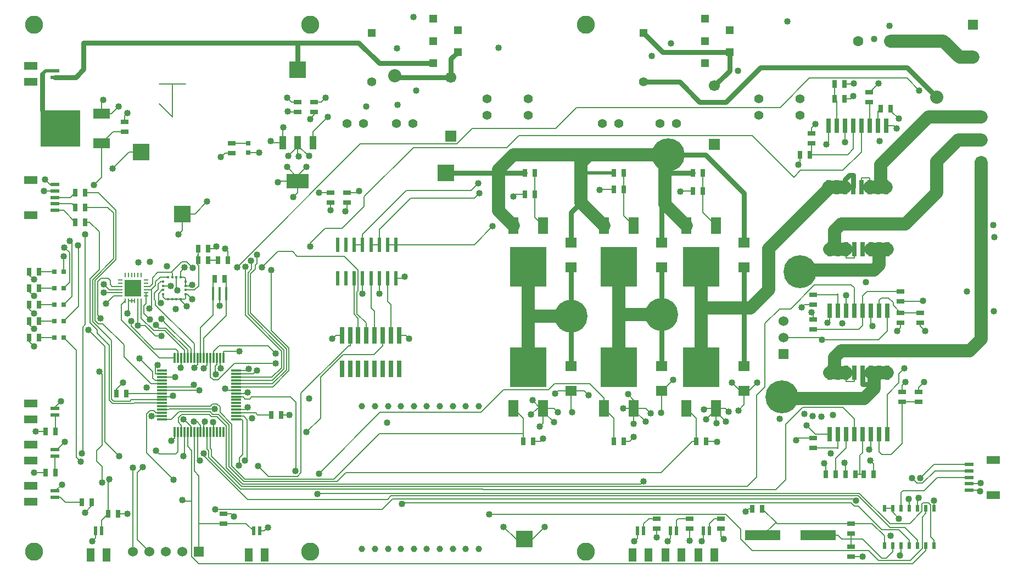
<source format=gtl>
G04 (created by PCBNEW (2013-05-31 BZR 4019)-stable) date 6/4/2013 8:20:18 PM*
%MOIN*%
G04 Gerber Fmt 3.4, Leading zero omitted, Abs format*
%FSLAX34Y34*%
G01*
G70*
G90*
G04 APERTURE LIST*
%ADD10C,0.00590551*%
%ADD11R,0.0157X0.0787*%
%ADD12R,0.0590551X0.0590551*%
%ADD13C,0.0590551*%
%ADD14R,0.015748X0.011811*%
%ADD15R,0.011811X0.015748*%
%ADD16R,0.025X0.045*%
%ADD17R,0.045X0.025*%
%ADD18R,0.0984X0.0984*%
%ADD19O,0.0315X0.0098*%
%ADD20O,0.0098X0.0315*%
%ADD21R,0.06X0.06*%
%ADD22C,0.06*%
%ADD23R,0.011811X0.0590551*%
%ADD24R,0.0590551X0.011811*%
%ADD25R,0.0314X0.0314*%
%ADD26C,0.055*%
%ADD27R,0.1378X0.0866*%
%ADD28R,0.0433X0.0787*%
%ADD29R,0.0531496X0.023622*%
%ADD30R,0.0787402X0.0472441*%
%ADD31C,0.11*%
%ADD32R,0.0511811X0.0511811*%
%ADD33C,0.0551181*%
%ADD34R,0.0669291X0.0669291*%
%ADD35C,0.0669291*%
%ADD36R,0.216535X0.0590551*%
%ADD37C,0.0393701*%
%ADD38R,0.0236X0.0866*%
%ADD39R,0.0295X0.1024*%
%ADD40R,0.0629921X0.0629921*%
%ADD41C,0.0629921*%
%ADD42R,0.023622X0.0531496*%
%ADD43R,0.0472441X0.0787402*%
%ADD44R,0.0255906X0.0885827*%
%ADD45R,0.224X0.243*%
%ADD46R,0.06X0.1*%
%ADD47R,0.243X0.224*%
%ADD48R,0.1X0.06*%
%ADD49R,0.0661417X0.0598425*%
%ADD50R,0.019685X0.0393701*%
%ADD51R,0.1X0.1*%
%ADD52C,0.08*%
%ADD53C,0.2*%
%ADD54C,0.04*%
%ADD55C,0.007*%
%ADD56C,0.03*%
%ADD57C,0.02*%
%ADD58C,0.08*%
G04 APERTURE END LIST*
G54D10*
G54D11*
X52653Y-57340D03*
X52259Y-57340D03*
X51865Y-57340D03*
G54D12*
X98500Y-49377D03*
G54D13*
X98500Y-48000D03*
X98500Y-46622D03*
G54D14*
X50169Y-56616D03*
X50169Y-56872D03*
X50169Y-57127D03*
X50169Y-57383D03*
X48830Y-57383D03*
X48830Y-57127D03*
X48830Y-56872D03*
X48830Y-56616D03*
G54D15*
X49116Y-57669D03*
X49372Y-57669D03*
X49627Y-57669D03*
X49883Y-57669D03*
X49883Y-56330D03*
X49627Y-56330D03*
X49372Y-56330D03*
X49116Y-56330D03*
G54D16*
X76200Y-50000D03*
X76800Y-50000D03*
X71400Y-51300D03*
X70800Y-51300D03*
X70800Y-50000D03*
X71400Y-50000D03*
X89600Y-45500D03*
X90200Y-45500D03*
G54D17*
X52500Y-70700D03*
X52500Y-71300D03*
G54D16*
X89600Y-44600D03*
X90200Y-44600D03*
X88100Y-48900D03*
X87500Y-48900D03*
X40700Y-60000D03*
X41300Y-60000D03*
X40700Y-59000D03*
X41300Y-59000D03*
X40700Y-58000D03*
X41300Y-58000D03*
X40700Y-57000D03*
X41300Y-57000D03*
X40700Y-56000D03*
X41300Y-56000D03*
G54D17*
X53000Y-48800D03*
X53000Y-48200D03*
G54D18*
X47000Y-57000D03*
G54D19*
X46213Y-56508D03*
X46213Y-56705D03*
X46213Y-56902D03*
X46213Y-57098D03*
X46213Y-57295D03*
X46213Y-57492D03*
G54D20*
X46508Y-57787D03*
X46705Y-57787D03*
X46902Y-57787D03*
X47098Y-57787D03*
X47295Y-57787D03*
X47492Y-57787D03*
G54D19*
X47787Y-57492D03*
X47787Y-57295D03*
X47787Y-57098D03*
X47787Y-56902D03*
X47787Y-56705D03*
X47787Y-56508D03*
G54D20*
X47492Y-56213D03*
X47295Y-56213D03*
X47098Y-56213D03*
X46902Y-56213D03*
X46705Y-56213D03*
X46508Y-56213D03*
G54D21*
X51000Y-73000D03*
G54D22*
X50000Y-73000D03*
X49000Y-73000D03*
X48000Y-73000D03*
X47000Y-73000D03*
G54D21*
X86500Y-61000D03*
G54D22*
X86500Y-60000D03*
X86500Y-59000D03*
G54D23*
X49523Y-65744D03*
X49720Y-65744D03*
X49917Y-65744D03*
X50114Y-65744D03*
X50311Y-65744D03*
X50507Y-65744D03*
X50704Y-65744D03*
X50901Y-65744D03*
X51098Y-65744D03*
X51295Y-65744D03*
X51492Y-65744D03*
X51688Y-65744D03*
X51885Y-65744D03*
X52082Y-65744D03*
X52279Y-65744D03*
X52476Y-65744D03*
G54D24*
X53244Y-64976D03*
X53244Y-64779D03*
X53244Y-64582D03*
X53244Y-64385D03*
X53244Y-64188D03*
X53244Y-63992D03*
X53244Y-63795D03*
X53244Y-63598D03*
X53244Y-63401D03*
X53244Y-63204D03*
X53244Y-63007D03*
X53244Y-62811D03*
X53244Y-62614D03*
X53244Y-62417D03*
X53244Y-62220D03*
X53244Y-62023D03*
G54D23*
X52476Y-61255D03*
X52279Y-61255D03*
X52082Y-61255D03*
X51885Y-61255D03*
X51688Y-61255D03*
X51492Y-61255D03*
X51295Y-61255D03*
X51098Y-61255D03*
X50901Y-61255D03*
X50704Y-61255D03*
X50507Y-61255D03*
X50311Y-61255D03*
X50114Y-61255D03*
X49917Y-61255D03*
X49720Y-61255D03*
X49523Y-61255D03*
G54D24*
X48755Y-62023D03*
X48755Y-62220D03*
X48755Y-62417D03*
X48755Y-62614D03*
X48755Y-62811D03*
X48755Y-63007D03*
X48755Y-63204D03*
X48755Y-63401D03*
X48755Y-63598D03*
X48755Y-63795D03*
X48755Y-63992D03*
X48755Y-64188D03*
X48755Y-64385D03*
X48755Y-64582D03*
X48755Y-64779D03*
X48755Y-64976D03*
G54D25*
X42205Y-56000D03*
X42795Y-56000D03*
X42205Y-57000D03*
X42795Y-57000D03*
X42205Y-58000D03*
X42795Y-58000D03*
X42205Y-59000D03*
X42795Y-59000D03*
X54000Y-48205D03*
X54000Y-48795D03*
X42205Y-60000D03*
X42795Y-60000D03*
G54D26*
X85000Y-45500D03*
X85000Y-46500D03*
X87500Y-45500D03*
X87500Y-46500D03*
X75500Y-47000D03*
X76500Y-47000D03*
X64000Y-47000D03*
X63000Y-47000D03*
X68500Y-45500D03*
X68500Y-46500D03*
X79000Y-47000D03*
X80000Y-47000D03*
X61000Y-47000D03*
X60000Y-47000D03*
X71000Y-45500D03*
X71000Y-46500D03*
G54D27*
X57000Y-50500D03*
G54D28*
X57906Y-48177D03*
X57000Y-48177D03*
X56094Y-48177D03*
G54D29*
X97751Y-67712D03*
X97751Y-68106D03*
X97751Y-69287D03*
X97751Y-68893D03*
G54D30*
X99208Y-67437D03*
X99208Y-69562D03*
G54D29*
X97751Y-68500D03*
X42248Y-52287D03*
X42248Y-51893D03*
X42248Y-50712D03*
X42248Y-51106D03*
G54D30*
X40791Y-52562D03*
X40791Y-50437D03*
G54D29*
X42248Y-51500D03*
G54D31*
X57750Y-41000D03*
X74500Y-41000D03*
X74500Y-73000D03*
X57750Y-73000D03*
X41000Y-41000D03*
X41000Y-73000D03*
G54D32*
X78000Y-41523D03*
G54D33*
X78000Y-44476D03*
G54D32*
X61500Y-41523D03*
G54D33*
X61500Y-44476D03*
G54D32*
X81716Y-40661D03*
X81716Y-42000D03*
X81716Y-43338D03*
X83212Y-41330D03*
X83212Y-42669D03*
X65216Y-40661D03*
X65216Y-42000D03*
X65216Y-43338D03*
X66712Y-41330D03*
X66712Y-42669D03*
G54D34*
X82287Y-48271D03*
G54D35*
X82287Y-44728D03*
G54D34*
X66287Y-47771D03*
G54D35*
X66287Y-44228D03*
G54D36*
X88573Y-72012D03*
X85226Y-72012D03*
G54D37*
X60893Y-64169D03*
X61681Y-64169D03*
X62468Y-64169D03*
X63255Y-64169D03*
X64043Y-64169D03*
X64830Y-64169D03*
X65618Y-64169D03*
X66405Y-64169D03*
X67192Y-64169D03*
X67980Y-64169D03*
X67980Y-72830D03*
X67192Y-72830D03*
X66405Y-72830D03*
X65618Y-72830D03*
X64830Y-72830D03*
X64043Y-72830D03*
X63255Y-72830D03*
X62468Y-72830D03*
X61681Y-72830D03*
X60893Y-72830D03*
G54D38*
X60916Y-56424D03*
X60414Y-56424D03*
X59912Y-56424D03*
X59410Y-56424D03*
X59410Y-54376D03*
X59912Y-54376D03*
X60414Y-54376D03*
X60916Y-54376D03*
X61457Y-56424D03*
X61959Y-56424D03*
X62461Y-56424D03*
X62963Y-56424D03*
X62963Y-54376D03*
X62461Y-54376D03*
X61959Y-54376D03*
X61457Y-54376D03*
G54D39*
X63159Y-59876D03*
X62660Y-59876D03*
X62161Y-59876D03*
X61660Y-59876D03*
X61161Y-59876D03*
X60662Y-59876D03*
X60189Y-59876D03*
X59689Y-59876D03*
X59689Y-61924D03*
X60190Y-61924D03*
X60662Y-61924D03*
X61162Y-61924D03*
X61661Y-61924D03*
X62161Y-61924D03*
X62660Y-61924D03*
X63159Y-61924D03*
G54D40*
X92984Y-42000D03*
G54D41*
X91015Y-42000D03*
G54D40*
X98000Y-41015D03*
G54D41*
X98000Y-42984D03*
G54D16*
X44100Y-51200D03*
X43500Y-51200D03*
X44100Y-52100D03*
X43500Y-52100D03*
X44100Y-53000D03*
X43500Y-53000D03*
G54D17*
X60000Y-51200D03*
X60000Y-51800D03*
X91700Y-45700D03*
X91700Y-45100D03*
G54D16*
X92400Y-46100D03*
X93000Y-46100D03*
G54D17*
X59000Y-51200D03*
X59000Y-51800D03*
X58000Y-46300D03*
X58000Y-45700D03*
X57000Y-46300D03*
X57000Y-45700D03*
G54D29*
X42248Y-66803D03*
X42248Y-67196D03*
G54D30*
X40791Y-67472D03*
X40791Y-66527D03*
G54D29*
X42248Y-64303D03*
X42248Y-64696D03*
G54D30*
X40791Y-64972D03*
X40791Y-64027D03*
G54D42*
X81603Y-71751D03*
X81996Y-71751D03*
G54D43*
X82272Y-73208D03*
X81327Y-73208D03*
G54D29*
X42248Y-69303D03*
X42248Y-69696D03*
G54D30*
X40791Y-69972D03*
X40791Y-69027D03*
G54D42*
X77603Y-71751D03*
X77996Y-71751D03*
G54D43*
X78272Y-73208D03*
X77327Y-73208D03*
G54D42*
X79603Y-71751D03*
X79996Y-71751D03*
G54D43*
X80272Y-73208D03*
X79327Y-73208D03*
G54D42*
X54303Y-71751D03*
X54696Y-71751D03*
G54D43*
X54972Y-73208D03*
X54027Y-73208D03*
G54D29*
X42248Y-43803D03*
X42248Y-44196D03*
G54D30*
X40791Y-44472D03*
X40791Y-43527D03*
G54D44*
X90228Y-47129D03*
X89728Y-47129D03*
X89228Y-47129D03*
X90728Y-47129D03*
X92728Y-47129D03*
X91228Y-47129D03*
X91728Y-47129D03*
X92228Y-47129D03*
X92228Y-50870D03*
X91728Y-50870D03*
X91228Y-50870D03*
X92728Y-50870D03*
X90728Y-50870D03*
X89228Y-50870D03*
X89728Y-50870D03*
X90228Y-50870D03*
X91771Y-58370D03*
X92271Y-58370D03*
X92771Y-58370D03*
X91271Y-58370D03*
X89271Y-58370D03*
X90771Y-58370D03*
X90271Y-58370D03*
X89771Y-58370D03*
X89771Y-54629D03*
X90271Y-54629D03*
X90771Y-54629D03*
X89271Y-54629D03*
X91271Y-54629D03*
X92771Y-54629D03*
X92271Y-54629D03*
X91771Y-54629D03*
X91771Y-65870D03*
X92271Y-65870D03*
X92771Y-65870D03*
X91271Y-65870D03*
X89271Y-65870D03*
X90771Y-65870D03*
X90271Y-65870D03*
X89771Y-65870D03*
X89771Y-62129D03*
X90271Y-62129D03*
X90771Y-62129D03*
X89271Y-62129D03*
X91271Y-62129D03*
X92771Y-62129D03*
X92271Y-62129D03*
X91771Y-62129D03*
G54D45*
X71000Y-55700D03*
G54D46*
X71900Y-53200D03*
X70100Y-53200D03*
G54D45*
X76500Y-55700D03*
G54D46*
X77400Y-53200D03*
X75600Y-53200D03*
G54D45*
X81500Y-55700D03*
G54D46*
X82400Y-53200D03*
X80600Y-53200D03*
G54D45*
X71000Y-61799D03*
G54D46*
X70100Y-64299D03*
X71900Y-64299D03*
G54D45*
X76500Y-61799D03*
G54D46*
X75600Y-64299D03*
X77400Y-64299D03*
G54D47*
X42599Y-47300D03*
G54D48*
X45099Y-48200D03*
X45099Y-46400D03*
G54D45*
X81500Y-61799D03*
G54D46*
X80600Y-64299D03*
X82400Y-64299D03*
G54D49*
X73590Y-55740D03*
X73590Y-54259D03*
X79090Y-55740D03*
X79090Y-54259D03*
X84090Y-55740D03*
X84090Y-54259D03*
X73590Y-63240D03*
X73590Y-61759D03*
X79090Y-63240D03*
X79090Y-61759D03*
X84090Y-63240D03*
X84090Y-61759D03*
G54D17*
X88200Y-48200D03*
X88200Y-47600D03*
G54D16*
X52140Y-55320D03*
X52740Y-55320D03*
X51540Y-55320D03*
X50940Y-55320D03*
X51540Y-54620D03*
X50940Y-54620D03*
G54D17*
X90600Y-73300D03*
X90600Y-72700D03*
G54D16*
X84600Y-70400D03*
X85200Y-70400D03*
G54D17*
X90600Y-71300D03*
X90600Y-71900D03*
X93600Y-57200D03*
X93600Y-57800D03*
X88300Y-57400D03*
X88300Y-58000D03*
X88300Y-59500D03*
X88300Y-58900D03*
X94800Y-58500D03*
X94800Y-59100D03*
X93600Y-58500D03*
X93600Y-59100D03*
G54D16*
X90859Y-68300D03*
X90259Y-68300D03*
X89659Y-68300D03*
X89059Y-68300D03*
G54D17*
X88300Y-66700D03*
X88300Y-66100D03*
G54D16*
X91359Y-68300D03*
X91959Y-68300D03*
G54D17*
X94700Y-63900D03*
X94700Y-63300D03*
X93700Y-63900D03*
X93700Y-63300D03*
X80800Y-71600D03*
X80800Y-71000D03*
X78800Y-71600D03*
X78800Y-71000D03*
G54D16*
X44500Y-70000D03*
X43900Y-70000D03*
G54D17*
X82700Y-71600D03*
X82700Y-71000D03*
G54D16*
X41700Y-65700D03*
X42300Y-65700D03*
X41700Y-68200D03*
X42300Y-68200D03*
X52559Y-56440D03*
X51959Y-56440D03*
X55400Y-64700D03*
X56000Y-64700D03*
X46000Y-63400D03*
X46600Y-63400D03*
X76800Y-51000D03*
X76200Y-51000D03*
X81000Y-50000D03*
X81600Y-50000D03*
X81600Y-51100D03*
X81000Y-51100D03*
X70700Y-66300D03*
X71300Y-66300D03*
X76200Y-66300D03*
X76800Y-66300D03*
X81200Y-66300D03*
X81800Y-66300D03*
G54D17*
X46500Y-47500D03*
X46500Y-46900D03*
G54D50*
X95620Y-72637D03*
X95120Y-72637D03*
X94620Y-72637D03*
X94120Y-72637D03*
X93620Y-72637D03*
X93120Y-72637D03*
X92620Y-72637D03*
X92620Y-70373D03*
X93120Y-70373D03*
X93620Y-70373D03*
X94120Y-70373D03*
X94620Y-70373D03*
X95120Y-70373D03*
X95620Y-70373D03*
G54D42*
X44703Y-71751D03*
X45096Y-71751D03*
G54D43*
X45372Y-73208D03*
X44427Y-73208D03*
G54D16*
X46100Y-70700D03*
X45500Y-70700D03*
G54D51*
X70750Y-72250D03*
X50000Y-52500D03*
X47500Y-48750D03*
X57000Y-43750D03*
X66000Y-50000D03*
G54D52*
X95800Y-45400D03*
G54D53*
X79500Y-48900D03*
G54D54*
X45750Y-49750D03*
X61140Y-45979D03*
X56370Y-46290D03*
X57740Y-46729D03*
X58809Y-46620D03*
X99279Y-53909D03*
X97620Y-57200D03*
X41659Y-50420D03*
X98420Y-69359D03*
X64017Y-40551D03*
X45009Y-58829D03*
X46870Y-59020D03*
X57764Y-54495D03*
X51837Y-65160D03*
X49871Y-61834D03*
X63324Y-70123D03*
X52314Y-61868D03*
X55655Y-60988D03*
X95610Y-69896D03*
X68621Y-70745D03*
X55664Y-61585D03*
X48495Y-61683D03*
X53305Y-55737D03*
X94732Y-45008D03*
X49550Y-62417D03*
X47378Y-61272D03*
X51986Y-70439D03*
X90899Y-69928D03*
X48695Y-57902D03*
X48704Y-58874D03*
X49300Y-56879D03*
X48370Y-59259D03*
X43809Y-67540D03*
X51040Y-67490D03*
X43650Y-54423D03*
X55400Y-55920D03*
X43146Y-54156D03*
X54516Y-54990D03*
X42818Y-54536D03*
X54153Y-55346D03*
X42795Y-55080D03*
X53829Y-55710D03*
X43879Y-67059D03*
X44100Y-53750D03*
X44629Y-50750D03*
X48398Y-66885D03*
X77973Y-68737D03*
X57522Y-65749D03*
X51957Y-64353D03*
X58277Y-68280D03*
X49464Y-68657D03*
X54825Y-55736D03*
X48133Y-64779D03*
X54577Y-67803D03*
X49301Y-66282D03*
X52011Y-62250D03*
X51029Y-63200D03*
X46145Y-67222D03*
X44300Y-59559D03*
X50060Y-67222D03*
X51280Y-67048D03*
X48725Y-59910D03*
X49700Y-57150D03*
X47279Y-59279D03*
X47975Y-58260D03*
X50000Y-69890D03*
X45110Y-68815D03*
X44940Y-62065D03*
X50063Y-64991D03*
X50611Y-55779D03*
X58188Y-69517D03*
X50670Y-62879D03*
G54D53*
X73600Y-58700D03*
X86400Y-63600D03*
X87500Y-56000D03*
X79100Y-58600D03*
G54D54*
X69500Y-71500D03*
X72000Y-71500D03*
X50709Y-61840D03*
X53940Y-63359D03*
X53959Y-64229D03*
X47829Y-63050D03*
X46400Y-62729D03*
X50250Y-58109D03*
X48029Y-55409D03*
X45350Y-57950D03*
X46650Y-58550D03*
X45209Y-56770D03*
X49050Y-55679D03*
X50579Y-57679D03*
X52579Y-54620D03*
X52050Y-54470D03*
X59890Y-52359D03*
X58970Y-52279D03*
X60920Y-57350D03*
X61950Y-57350D03*
X63500Y-56300D03*
X59100Y-60090D03*
X81520Y-72390D03*
X79440Y-72390D03*
X77429Y-72390D03*
X57700Y-63700D03*
X62420Y-65179D03*
X55170Y-71529D03*
X44520Y-72370D03*
X42670Y-68929D03*
X42840Y-66359D03*
X42629Y-63879D03*
X52259Y-58079D03*
X54659Y-48779D03*
X91979Y-41879D03*
X92929Y-41079D03*
X86729Y-40809D03*
X79650Y-42150D03*
X78490Y-42909D03*
X69190Y-42400D03*
X63040Y-45879D03*
X56129Y-47250D03*
X55359Y-48090D03*
X58670Y-45440D03*
X56359Y-45429D03*
X99209Y-53190D03*
X99240Y-58420D03*
X82440Y-66340D03*
X77400Y-66059D03*
X71900Y-66140D03*
X46640Y-46379D03*
X46120Y-45979D03*
X45179Y-45579D03*
X41600Y-51100D03*
X78120Y-65120D03*
X71159Y-64679D03*
X73640Y-64540D03*
X84879Y-62740D03*
X83359Y-62740D03*
X83740Y-64440D03*
X81800Y-64979D03*
X83000Y-65100D03*
X83159Y-64500D03*
X82420Y-65200D03*
X81640Y-64379D03*
X79779Y-62579D03*
X79059Y-64579D03*
X77040Y-63459D03*
X76740Y-64300D03*
X77400Y-65259D03*
X78420Y-64600D03*
X71240Y-63820D03*
X72559Y-65159D03*
X71679Y-65420D03*
X72800Y-64540D03*
X72620Y-63420D03*
X74640Y-63500D03*
X93540Y-73240D03*
X93000Y-72040D03*
X91279Y-73300D03*
X89340Y-67040D03*
X98459Y-68840D03*
X95020Y-62720D03*
X90200Y-67620D03*
X88940Y-67659D03*
X87259Y-66240D03*
X86240Y-64959D03*
X87879Y-65340D03*
X89159Y-59120D03*
X90040Y-59159D03*
X94940Y-57779D03*
X95100Y-59600D03*
X91479Y-56640D03*
X87579Y-58179D03*
X92320Y-48079D03*
X93340Y-47300D03*
X93479Y-46720D03*
X92240Y-44579D03*
X90740Y-44579D03*
X88420Y-47059D03*
X88240Y-64779D03*
X87740Y-64659D03*
X88779Y-64800D03*
X89500Y-64720D03*
X50677Y-65125D03*
X84186Y-70573D03*
X83713Y-43806D03*
X64200Y-45013D03*
X63002Y-42452D03*
X53438Y-60845D03*
X80229Y-51140D03*
X67940Y-50659D03*
X68029Y-51240D03*
X75329Y-51050D03*
X54031Y-61903D03*
X70100Y-51450D03*
X68829Y-53250D03*
X94679Y-69759D03*
X94779Y-68540D03*
X94079Y-69820D03*
X94271Y-68544D03*
X56850Y-68120D03*
X45550Y-68609D03*
X90279Y-57459D03*
X93820Y-61879D03*
X88820Y-60140D03*
X89079Y-48279D03*
X47000Y-67920D03*
X53420Y-67790D03*
X53784Y-67464D03*
X47592Y-67866D03*
X54511Y-62006D03*
G54D52*
X62900Y-44100D03*
G54D54*
X49750Y-53750D03*
X51500Y-51750D03*
X47310Y-55455D03*
X48015Y-58905D03*
X51279Y-61879D03*
X52600Y-63100D03*
X54229Y-64900D03*
X49420Y-63550D03*
X50600Y-56809D03*
X50129Y-55750D03*
X49600Y-58279D03*
X45220Y-57279D03*
X56420Y-48979D03*
X57679Y-48970D03*
X60709Y-51109D03*
X58290Y-51200D03*
X56500Y-64720D03*
X63759Y-60079D03*
X82850Y-72240D03*
X80800Y-72359D03*
X78779Y-72140D03*
X53129Y-70879D03*
X46640Y-70700D03*
X44090Y-70629D03*
X40990Y-68200D03*
X41100Y-65709D03*
X40990Y-60540D03*
X40990Y-59490D03*
X40979Y-58559D03*
X40990Y-56490D03*
X40990Y-57490D03*
X52320Y-49059D03*
X57050Y-49020D03*
X57529Y-49640D03*
X56340Y-49640D03*
X56729Y-51470D03*
X55800Y-50570D03*
X93500Y-71000D03*
X91700Y-66820D03*
X93900Y-62700D03*
X91759Y-67479D03*
X91900Y-59320D03*
X93400Y-59620D03*
X88200Y-58479D03*
X90220Y-48159D03*
X90720Y-45359D03*
X87400Y-49520D03*
X51340Y-65121D03*
G54D55*
X48600Y-45800D02*
X49400Y-46600D01*
X49400Y-46600D02*
X49400Y-44600D01*
X48600Y-44600D02*
X49400Y-44600D01*
X49400Y-44600D02*
X50200Y-44600D01*
G54D56*
X57000Y-42100D02*
X57000Y-43750D01*
X94000Y-43600D02*
X95800Y-45400D01*
X85100Y-43600D02*
X94000Y-43600D01*
X83000Y-45700D02*
X85100Y-43600D01*
X81400Y-45700D02*
X83000Y-45700D01*
X80176Y-44476D02*
X81400Y-45700D01*
X78000Y-44476D02*
X80176Y-44476D01*
X43503Y-44196D02*
X42248Y-44196D01*
X44000Y-43700D02*
X43503Y-44196D01*
X44000Y-42100D02*
X44000Y-43700D01*
X60700Y-42100D02*
X57000Y-42100D01*
X57000Y-42100D02*
X44000Y-42100D01*
X61938Y-43338D02*
X60700Y-42100D01*
X65216Y-43338D02*
X61938Y-43338D01*
X69200Y-50000D02*
X66000Y-50000D01*
X84090Y-51240D02*
X84090Y-54259D01*
X81750Y-48900D02*
X84090Y-51240D01*
X79500Y-48900D02*
X81750Y-48900D01*
X70800Y-50000D02*
X69200Y-50000D01*
G54D57*
X76200Y-50000D02*
X74200Y-50000D01*
G54D56*
X81000Y-50000D02*
X79300Y-50000D01*
X79090Y-54259D02*
X79090Y-52110D01*
G54D57*
X79090Y-52110D02*
X79300Y-51900D01*
G54D56*
X73590Y-52410D02*
X74200Y-51800D01*
X73590Y-54259D02*
X73590Y-52410D01*
G54D58*
X79500Y-48900D02*
X74700Y-48900D01*
X74200Y-51800D02*
X75600Y-53200D01*
X79300Y-51900D02*
X80600Y-53200D01*
X79300Y-49100D02*
X79300Y-50000D01*
X79500Y-48900D02*
X79300Y-49100D01*
X79300Y-50000D02*
X79300Y-51900D01*
X74200Y-49400D02*
X74200Y-50000D01*
X74700Y-48900D02*
X74200Y-49400D01*
X74200Y-50000D02*
X74200Y-51800D01*
X69200Y-49800D02*
X69200Y-50000D01*
X70100Y-48900D02*
X69200Y-49800D01*
X74700Y-48900D02*
X70100Y-48900D01*
X69200Y-52300D02*
X70100Y-53200D01*
X69200Y-50000D02*
X69200Y-52300D01*
G54D55*
X47500Y-48750D02*
X46750Y-48750D01*
X46750Y-48750D02*
X45750Y-49750D01*
X56379Y-46300D02*
X56370Y-46290D01*
X57000Y-46300D02*
X56379Y-46300D01*
X58000Y-46470D02*
X57740Y-46729D01*
X58000Y-46300D02*
X58000Y-46470D01*
X41952Y-50712D02*
X41659Y-50420D01*
X42248Y-50712D02*
X41952Y-50712D01*
X98347Y-69287D02*
X98420Y-69359D01*
X97751Y-69287D02*
X98347Y-69287D01*
X57905Y-48177D02*
X57905Y-47850D01*
X57905Y-47524D02*
X58809Y-46620D01*
X57905Y-47850D02*
X57905Y-47524D01*
X57905Y-47850D02*
X57905Y-48177D01*
X57905Y-47850D02*
X57905Y-47850D01*
X47492Y-58831D02*
X47492Y-58309D01*
X48240Y-59579D02*
X47492Y-58831D01*
X48920Y-59579D02*
X48240Y-59579D01*
X50114Y-60774D02*
X48920Y-59579D01*
X50114Y-61255D02*
X50114Y-60774D01*
X47492Y-58309D02*
X47492Y-57787D01*
X47492Y-58309D02*
X47492Y-57787D01*
X47492Y-58309D02*
X47492Y-58309D01*
X45470Y-56400D02*
X45062Y-56400D01*
X45470Y-56400D02*
X45609Y-56540D01*
X45609Y-56540D02*
X45609Y-56790D01*
X45609Y-56790D02*
X45722Y-56901D01*
X46212Y-56901D02*
X45722Y-56901D01*
X44840Y-56621D02*
X44840Y-58659D01*
X45062Y-56400D02*
X44840Y-56621D01*
X45009Y-58829D02*
X44840Y-58659D01*
X49720Y-61255D02*
X49720Y-60860D01*
X49720Y-60860D02*
X49579Y-60720D01*
X49579Y-60720D02*
X48262Y-60720D01*
X48262Y-60720D02*
X46870Y-59327D01*
X46870Y-59327D02*
X46870Y-59020D01*
X46212Y-56901D02*
X46212Y-56901D01*
X46212Y-56901D02*
X46212Y-56902D01*
X46270Y-58025D02*
X46388Y-57906D01*
X46270Y-58940D02*
X46270Y-58025D01*
X48585Y-61255D02*
X46270Y-58940D01*
X49523Y-61255D02*
X48585Y-61255D01*
X46388Y-57906D02*
X46507Y-57787D01*
X46507Y-57787D02*
X46507Y-57787D01*
X46388Y-57906D02*
X46507Y-57787D01*
X90771Y-65870D02*
X90771Y-64934D01*
X85221Y-69232D02*
X68258Y-69232D01*
X68258Y-69232D02*
X68229Y-69202D01*
X68229Y-69202D02*
X53526Y-69202D01*
X53526Y-69202D02*
X51595Y-67271D01*
X51595Y-67271D02*
X51595Y-66876D01*
X51595Y-66876D02*
X51492Y-66773D01*
X51492Y-66773D02*
X51492Y-65744D01*
X86031Y-69232D02*
X85221Y-69232D01*
X86611Y-68653D02*
X86031Y-69232D01*
X86611Y-65289D02*
X86611Y-68653D01*
X87644Y-64255D02*
X86611Y-65289D01*
X90092Y-64255D02*
X87644Y-64255D01*
X90771Y-64934D02*
X90092Y-64255D01*
X86915Y-58270D02*
X86234Y-58270D01*
X89340Y-56820D02*
X88366Y-56820D01*
X88366Y-56820D02*
X86915Y-58270D01*
X90771Y-58370D02*
X90771Y-56991D01*
X90771Y-56991D02*
X90600Y-56820D01*
X90600Y-56820D02*
X89340Y-56820D01*
X84850Y-68488D02*
X84285Y-69052D01*
X84850Y-63510D02*
X84850Y-68488D01*
X85350Y-63010D02*
X84850Y-63510D01*
X85350Y-59155D02*
X85350Y-63010D01*
X86234Y-58270D02*
X85350Y-59155D01*
X51688Y-66758D02*
X51688Y-65744D01*
X51745Y-66814D02*
X51688Y-66758D01*
X51745Y-67209D02*
X51745Y-66814D01*
X53588Y-69052D02*
X51745Y-67209D01*
X84285Y-69052D02*
X53588Y-69052D01*
X61026Y-51460D02*
X61026Y-52038D01*
X57764Y-54271D02*
X57764Y-54495D01*
X58660Y-53375D02*
X57764Y-54271D01*
X59689Y-53375D02*
X58660Y-53375D01*
X61026Y-52038D02*
X59689Y-53375D01*
X51885Y-65744D02*
X51885Y-65208D01*
X51885Y-65208D02*
X51837Y-65160D01*
X87520Y-49859D02*
X87109Y-50269D01*
X90100Y-49859D02*
X87520Y-49859D01*
X91228Y-48731D02*
X90100Y-49859D01*
X91228Y-47129D02*
X91228Y-48731D01*
X84578Y-47738D02*
X87109Y-50269D01*
X70415Y-47738D02*
X84578Y-47738D01*
X69676Y-48477D02*
X70415Y-47738D01*
X64008Y-48477D02*
X69676Y-48477D01*
X61028Y-51457D02*
X61026Y-51460D01*
X61026Y-51460D02*
X64008Y-48477D01*
X49917Y-61789D02*
X49871Y-61834D01*
X49917Y-61255D02*
X49917Y-61789D01*
X52279Y-61833D02*
X52279Y-61255D01*
X52314Y-61868D02*
X52279Y-61833D01*
X94120Y-72637D02*
X94120Y-72325D01*
X93488Y-71693D02*
X94120Y-72325D01*
X92466Y-71693D02*
X93488Y-71693D01*
X91015Y-70243D02*
X92466Y-71693D01*
X90768Y-70243D02*
X91015Y-70243D01*
X90584Y-70058D02*
X90768Y-70243D01*
X63388Y-70058D02*
X90584Y-70058D01*
X63324Y-70123D02*
X63388Y-70058D01*
X95620Y-69905D02*
X95610Y-69896D01*
X95620Y-70373D02*
X95620Y-69905D01*
X51885Y-61255D02*
X51885Y-60845D01*
X55188Y-60520D02*
X55655Y-60988D01*
X52210Y-60520D02*
X55188Y-60520D01*
X51885Y-60845D02*
X52210Y-60520D01*
X82983Y-70745D02*
X68621Y-70745D01*
X83871Y-71632D02*
X82983Y-70745D01*
X83871Y-72229D02*
X83871Y-71632D01*
X84581Y-72940D02*
X83871Y-72229D01*
X91641Y-72940D02*
X84581Y-72940D01*
X92256Y-73555D02*
X91641Y-72940D01*
X94171Y-73555D02*
X92256Y-73555D01*
X94906Y-72820D02*
X94171Y-73555D01*
X94906Y-70899D02*
X94906Y-72820D01*
X95120Y-70685D02*
X94906Y-70899D01*
X95120Y-70373D02*
X95120Y-70685D01*
X53137Y-61585D02*
X55664Y-61585D01*
X52137Y-62584D02*
X53137Y-61585D01*
X51876Y-62584D02*
X52137Y-62584D01*
X51688Y-62397D02*
X51876Y-62584D01*
X51688Y-61255D02*
X51688Y-62397D01*
X48755Y-62220D02*
X48345Y-62220D01*
X48345Y-61833D02*
X48495Y-61683D01*
X48345Y-62220D02*
X48345Y-61833D01*
X93978Y-44254D02*
X94732Y-45008D01*
X88052Y-44254D02*
X93978Y-44254D01*
X86270Y-46036D02*
X88052Y-44254D01*
X73932Y-46036D02*
X86270Y-46036D01*
X72646Y-47321D02*
X73932Y-46036D01*
X67592Y-47321D02*
X72646Y-47321D01*
X66662Y-48252D02*
X67592Y-47321D01*
X60789Y-48252D02*
X66662Y-48252D01*
X53305Y-55737D02*
X60789Y-48252D01*
X48755Y-62417D02*
X49550Y-62417D01*
X90774Y-69803D02*
X90899Y-69928D01*
X62758Y-69803D02*
X90774Y-69803D01*
X62123Y-70439D02*
X62758Y-69803D01*
X51986Y-70439D02*
X62123Y-70439D01*
X48755Y-62614D02*
X48345Y-62614D01*
X48195Y-62089D02*
X47378Y-61272D01*
X48195Y-62464D02*
X48195Y-62089D01*
X48345Y-62614D02*
X48195Y-62464D01*
X48755Y-62811D02*
X48071Y-62811D01*
X45959Y-55290D02*
X45959Y-52270D01*
X45959Y-52270D02*
X44890Y-51200D01*
X44890Y-51200D02*
X44100Y-51200D01*
X44690Y-56559D02*
X45959Y-55290D01*
X44690Y-58984D02*
X44690Y-56559D01*
X44874Y-59168D02*
X44690Y-58984D01*
X45158Y-59168D02*
X44874Y-59168D01*
X46450Y-60460D02*
X45158Y-59168D01*
X46450Y-61190D02*
X46450Y-60460D01*
X48071Y-62811D02*
X46450Y-61190D01*
X45640Y-60150D02*
X45640Y-60146D01*
X44100Y-52100D02*
X44740Y-52100D01*
X46891Y-63795D02*
X46823Y-63864D01*
X46823Y-63864D02*
X45814Y-63864D01*
X45814Y-63864D02*
X45693Y-63743D01*
X45693Y-63743D02*
X45693Y-60203D01*
X45693Y-60203D02*
X45640Y-60150D01*
X46891Y-63795D02*
X48755Y-63795D01*
X45449Y-52100D02*
X44740Y-52100D01*
X45809Y-52460D02*
X45449Y-52100D01*
X45809Y-55228D02*
X45809Y-52460D01*
X44540Y-56497D02*
X45809Y-55228D01*
X44540Y-59046D02*
X44540Y-56497D01*
X45640Y-60146D02*
X44540Y-59046D01*
X48755Y-63992D02*
X47055Y-63992D01*
X44359Y-53000D02*
X44100Y-53000D01*
X44946Y-53586D02*
X44359Y-53000D01*
X44946Y-55879D02*
X44946Y-53586D01*
X44390Y-56435D02*
X44946Y-55879D01*
X44390Y-59108D02*
X44390Y-56435D01*
X44811Y-59529D02*
X44390Y-59108D01*
X44811Y-59742D02*
X44811Y-59529D01*
X45542Y-60473D02*
X44811Y-59742D01*
X45542Y-63805D02*
X45542Y-60473D01*
X45751Y-64014D02*
X45542Y-63805D01*
X47033Y-64014D02*
X45751Y-64014D01*
X47055Y-63992D02*
X47033Y-64014D01*
X48755Y-63992D02*
X48738Y-64009D01*
X50704Y-60394D02*
X50704Y-61255D01*
X48340Y-58029D02*
X50704Y-60394D01*
X48340Y-57759D02*
X48340Y-58029D01*
X48290Y-57709D02*
X48340Y-57759D01*
X48290Y-57301D02*
X48290Y-57709D01*
X48529Y-57062D02*
X48290Y-57301D01*
X48529Y-56759D02*
X48529Y-57062D01*
X48674Y-56616D02*
X48529Y-56759D01*
X48830Y-56616D02*
X48674Y-56616D01*
X48890Y-59070D02*
X48890Y-59060D01*
X50507Y-61255D02*
X50507Y-60687D01*
X48890Y-59070D02*
X50507Y-60687D01*
X48748Y-57127D02*
X48830Y-57127D01*
X48546Y-57330D02*
X48748Y-57127D01*
X48546Y-57753D02*
X48546Y-57330D01*
X48695Y-57902D02*
X48546Y-57753D01*
X48890Y-59060D02*
X48704Y-58874D01*
X48540Y-59429D02*
X48982Y-59429D01*
X50311Y-60759D02*
X50311Y-61255D01*
X50311Y-60758D02*
X50311Y-60759D01*
X48982Y-59429D02*
X50311Y-60758D01*
X49292Y-56872D02*
X48830Y-56872D01*
X49300Y-56879D02*
X49292Y-56872D01*
X48540Y-59429D02*
X48535Y-59424D01*
X48535Y-59424D02*
X48370Y-59259D01*
X50901Y-67351D02*
X51040Y-67490D01*
X50901Y-65744D02*
X50901Y-67351D01*
X42795Y-60000D02*
X42794Y-60000D01*
X43559Y-60764D02*
X42795Y-60000D01*
X43559Y-67290D02*
X43559Y-60764D01*
X43809Y-67540D02*
X43559Y-67290D01*
X42795Y-60000D02*
X42795Y-60000D01*
X53244Y-63007D02*
X55479Y-63007D01*
X43677Y-58118D02*
X42795Y-59000D01*
X43677Y-54450D02*
X43677Y-58118D01*
X43650Y-54423D02*
X43677Y-54450D01*
X55400Y-59584D02*
X55400Y-55920D01*
X56462Y-60646D02*
X55400Y-59584D01*
X56462Y-62025D02*
X56462Y-60646D01*
X55479Y-63007D02*
X56462Y-62025D01*
X42795Y-58999D02*
X42794Y-59000D01*
X42795Y-58999D02*
X42795Y-59000D01*
X53244Y-62811D02*
X55464Y-62811D01*
X43287Y-57507D02*
X42795Y-58000D01*
X43287Y-54297D02*
X43287Y-57507D01*
X43146Y-54156D02*
X43287Y-54297D01*
X54516Y-55524D02*
X54516Y-54990D01*
X54420Y-55620D02*
X54516Y-55524D01*
X54420Y-55840D02*
X54420Y-55620D01*
X54129Y-56131D02*
X54420Y-55840D01*
X54129Y-58525D02*
X54129Y-56131D01*
X56312Y-60708D02*
X54129Y-58525D01*
X56312Y-61963D02*
X56312Y-60708D01*
X55464Y-62811D02*
X56312Y-61963D01*
X42795Y-57999D02*
X42794Y-58000D01*
X42795Y-57999D02*
X42795Y-58000D01*
X55447Y-62614D02*
X55448Y-62614D01*
X55448Y-62614D02*
X56162Y-61901D01*
X43137Y-56658D02*
X42795Y-57000D01*
X43137Y-54855D02*
X43137Y-56658D01*
X42818Y-54536D02*
X43137Y-54855D01*
X54198Y-55391D02*
X54153Y-55346D01*
X54198Y-55850D02*
X54198Y-55391D01*
X53979Y-56068D02*
X54198Y-55850D01*
X53979Y-58587D02*
X53979Y-56068D01*
X56162Y-60770D02*
X53979Y-58587D01*
X56162Y-61901D02*
X56162Y-60770D01*
X53244Y-62614D02*
X55447Y-62614D01*
X42795Y-56999D02*
X42794Y-57000D01*
X42795Y-56999D02*
X42795Y-57000D01*
X56012Y-61839D02*
X56012Y-60833D01*
X55433Y-62417D02*
X56012Y-61839D01*
X53244Y-62417D02*
X55433Y-62417D01*
X42795Y-55080D02*
X42794Y-55080D01*
X53829Y-58650D02*
X53829Y-55710D01*
X56012Y-60833D02*
X53829Y-58650D01*
X42794Y-55080D02*
X42794Y-55552D01*
X42794Y-55552D02*
X42794Y-56000D01*
X42795Y-55552D02*
X42795Y-56000D01*
X42794Y-55552D02*
X42795Y-55552D01*
X44100Y-59221D02*
X43938Y-59383D01*
X43938Y-59383D02*
X43938Y-66191D01*
X44100Y-55420D02*
X44100Y-53750D01*
X44629Y-50750D02*
X45099Y-50280D01*
X45099Y-48200D02*
X45099Y-50280D01*
X44100Y-55656D02*
X44100Y-55420D01*
X44100Y-55656D02*
X44100Y-59221D01*
X48583Y-67070D02*
X48398Y-66885D01*
X49720Y-66949D02*
X49720Y-65744D01*
X49720Y-66949D02*
X49600Y-67070D01*
X49600Y-67070D02*
X48583Y-67070D01*
X43938Y-67001D02*
X43938Y-66191D01*
X43879Y-67059D02*
X43938Y-67001D01*
X45799Y-47500D02*
X45099Y-48200D01*
X46500Y-47500D02*
X45799Y-47500D01*
X49917Y-65329D02*
X49917Y-65744D01*
X49747Y-65158D02*
X49917Y-65329D01*
X49747Y-64862D02*
X49747Y-65158D01*
X49940Y-64668D02*
X49747Y-64862D01*
X51614Y-64668D02*
X49940Y-64668D01*
X51764Y-64818D02*
X51614Y-64668D01*
X52090Y-64818D02*
X51764Y-64818D01*
X52662Y-65390D02*
X52090Y-64818D01*
X52662Y-67913D02*
X52662Y-65390D01*
X53650Y-68902D02*
X52662Y-67913D01*
X77808Y-68902D02*
X53650Y-68902D01*
X77973Y-68737D02*
X77808Y-68902D01*
X70700Y-66300D02*
X70700Y-65859D01*
X70700Y-64899D02*
X70100Y-64299D01*
X70700Y-65859D02*
X70700Y-64899D01*
X61943Y-65859D02*
X70700Y-65859D01*
X59200Y-68602D02*
X61943Y-65859D01*
X53775Y-68602D02*
X59200Y-68602D01*
X53000Y-67827D02*
X53775Y-68602D01*
X53000Y-65272D02*
X53000Y-67827D01*
X52272Y-64544D02*
X53000Y-65272D01*
X52272Y-64222D02*
X52272Y-64544D01*
X52087Y-64038D02*
X52272Y-64222D01*
X51826Y-64038D02*
X52087Y-64038D01*
X51675Y-64188D02*
X51826Y-64038D01*
X48755Y-64188D02*
X51675Y-64188D01*
X49198Y-64353D02*
X49166Y-64385D01*
X51957Y-64353D02*
X49198Y-64353D01*
X48755Y-64385D02*
X49166Y-64385D01*
X62160Y-59875D02*
X62160Y-60503D01*
X58371Y-64899D02*
X57522Y-65749D01*
X58371Y-62413D02*
X58371Y-64899D01*
X59735Y-61049D02*
X58371Y-62413D01*
X61614Y-61049D02*
X59735Y-61049D01*
X62160Y-60503D02*
X61614Y-61049D01*
X76200Y-64899D02*
X75600Y-64299D01*
X76200Y-66300D02*
X76200Y-64899D01*
X48397Y-64582D02*
X48755Y-64582D01*
X48255Y-64440D02*
X48397Y-64582D01*
X48013Y-64440D02*
X48255Y-64440D01*
X47817Y-64636D02*
X48013Y-64440D01*
X47817Y-67010D02*
X47817Y-64636D01*
X49464Y-68657D02*
X47817Y-67010D01*
X74731Y-62815D02*
X75600Y-63684D01*
X72586Y-62815D02*
X74731Y-62815D01*
X72221Y-63180D02*
X72586Y-62815D01*
X69491Y-63180D02*
X72221Y-63180D01*
X68111Y-64559D02*
X69491Y-63180D01*
X61998Y-64559D02*
X68111Y-64559D01*
X58277Y-68280D02*
X61998Y-64559D01*
X75600Y-64299D02*
X75600Y-63684D01*
X48133Y-64779D02*
X48755Y-64779D01*
X55784Y-54777D02*
X54825Y-55736D01*
X56672Y-54777D02*
X55784Y-54777D01*
X56965Y-55070D02*
X56672Y-54777D01*
X59801Y-55070D02*
X56965Y-55070D01*
X60647Y-55916D02*
X59801Y-55070D01*
X60647Y-57177D02*
X60647Y-55916D01*
X60599Y-57225D02*
X60647Y-57177D01*
X60599Y-58566D02*
X60599Y-57225D01*
X61160Y-59128D02*
X60599Y-58566D01*
X61160Y-59875D02*
X61160Y-59128D01*
X81200Y-64899D02*
X80600Y-64299D01*
X81200Y-66300D02*
X81200Y-64899D01*
X81200Y-66300D02*
X80959Y-66300D01*
X49326Y-64976D02*
X48755Y-64976D01*
X49785Y-64518D02*
X49326Y-64976D01*
X51675Y-64518D02*
X49785Y-64518D01*
X51826Y-64668D02*
X51675Y-64518D01*
X52184Y-64668D02*
X51826Y-64668D01*
X52812Y-65296D02*
X52184Y-64668D01*
X52812Y-67851D02*
X52812Y-65296D01*
X53713Y-68752D02*
X52812Y-67851D01*
X59377Y-68752D02*
X53713Y-68752D01*
X59912Y-68217D02*
X59377Y-68752D01*
X79042Y-68217D02*
X59912Y-68217D01*
X80959Y-66300D02*
X79042Y-68217D01*
X49523Y-65744D02*
X49523Y-66154D01*
X49429Y-66154D02*
X49301Y-66282D01*
X49523Y-66154D02*
X49429Y-66154D01*
X60189Y-59875D02*
X60189Y-60503D01*
X55210Y-68435D02*
X54577Y-67803D01*
X56987Y-68435D02*
X55210Y-68435D01*
X57197Y-68225D02*
X56987Y-68435D01*
X57197Y-63374D02*
X57197Y-68225D01*
X60069Y-60503D02*
X57197Y-63374D01*
X60189Y-60503D02*
X60069Y-60503D01*
X51999Y-62238D02*
X52011Y-62250D01*
X51999Y-61737D02*
X51999Y-62238D01*
X52082Y-61654D02*
X51999Y-61737D01*
X52082Y-61255D02*
X52082Y-61654D01*
X51025Y-63204D02*
X51029Y-63200D01*
X48755Y-63204D02*
X51025Y-63204D01*
X44300Y-59559D02*
X45300Y-60559D01*
X45300Y-62223D02*
X45300Y-60559D01*
X45275Y-62247D02*
X45300Y-62223D01*
X45275Y-66352D02*
X45275Y-62247D01*
X46145Y-67222D02*
X45275Y-66352D01*
X50114Y-65744D02*
X50114Y-67167D01*
X50114Y-67167D02*
X50060Y-67222D01*
X94620Y-72325D02*
X93838Y-71543D01*
X94620Y-72325D02*
X94620Y-72637D01*
X51280Y-67171D02*
X51280Y-67048D01*
X53941Y-69832D02*
X51280Y-67171D01*
X62442Y-69832D02*
X53941Y-69832D01*
X62661Y-69613D02*
X62442Y-69832D01*
X91029Y-69613D02*
X62661Y-69613D01*
X92960Y-71543D02*
X91029Y-69613D01*
X93838Y-71543D02*
X92960Y-71543D01*
X47279Y-59279D02*
X47728Y-59279D01*
X48358Y-59910D02*
X48725Y-59910D01*
X47728Y-59279D02*
X48358Y-59910D01*
X49700Y-57150D02*
X49627Y-57077D01*
X49627Y-57077D02*
X49627Y-56330D01*
X47294Y-57787D02*
X47294Y-58525D01*
X47294Y-59264D02*
X47279Y-59279D01*
X47294Y-58525D02*
X47294Y-59264D01*
X47295Y-58525D02*
X47295Y-57787D01*
X47294Y-58525D02*
X47295Y-58525D01*
X48120Y-57098D02*
X48120Y-57095D01*
X48649Y-56330D02*
X49116Y-56330D01*
X48366Y-56613D02*
X48649Y-56330D01*
X48366Y-56849D02*
X48366Y-56613D01*
X48120Y-57095D02*
X48366Y-56849D01*
X48120Y-58115D02*
X47975Y-58260D01*
X48120Y-57098D02*
X48120Y-58115D01*
X50070Y-69960D02*
X50554Y-69960D01*
X50000Y-69890D02*
X50070Y-69960D01*
X45110Y-67830D02*
X45110Y-68815D01*
X44785Y-67505D02*
X45110Y-67830D01*
X44785Y-66885D02*
X44785Y-67505D01*
X45125Y-66545D02*
X44785Y-66885D01*
X45125Y-62250D02*
X45125Y-66545D01*
X44940Y-62065D02*
X45125Y-62250D01*
X47787Y-57098D02*
X47787Y-57098D01*
X48120Y-57098D02*
X47787Y-57098D01*
X47787Y-57098D02*
X47787Y-57097D01*
X95120Y-72637D02*
X95120Y-72949D01*
X94328Y-73741D02*
X95120Y-72949D01*
X50968Y-73741D02*
X94328Y-73741D01*
X50554Y-73327D02*
X50968Y-73741D01*
X50554Y-66870D02*
X50554Y-69960D01*
X50311Y-66626D02*
X50554Y-66870D01*
X50311Y-65744D02*
X50311Y-66626D01*
X50554Y-69960D02*
X50554Y-73327D01*
X47787Y-56902D02*
X48016Y-56902D01*
X48717Y-56050D02*
X49329Y-56050D01*
X48494Y-56050D02*
X48717Y-56050D01*
X48182Y-56362D02*
X48494Y-56050D01*
X48182Y-56736D02*
X48182Y-56362D01*
X48016Y-56902D02*
X48182Y-56736D01*
X47787Y-56901D02*
X47787Y-56901D01*
X47787Y-56901D02*
X47787Y-56902D01*
X49372Y-56092D02*
X49372Y-56330D01*
X49329Y-56050D02*
X49372Y-56092D01*
X50507Y-65401D02*
X50507Y-65744D01*
X50097Y-64991D02*
X50507Y-65401D01*
X50063Y-64991D02*
X50097Y-64991D01*
X50249Y-55417D02*
X50611Y-55779D01*
X49962Y-55417D02*
X50249Y-55417D01*
X49329Y-56050D02*
X49962Y-55417D01*
X95620Y-72637D02*
X95620Y-72325D01*
X58243Y-69462D02*
X58188Y-69517D01*
X91091Y-69462D02*
X58243Y-69462D01*
X92947Y-71318D02*
X91091Y-69462D01*
X94138Y-71318D02*
X92947Y-71318D01*
X94897Y-70559D02*
X94138Y-71318D01*
X94897Y-70118D02*
X94897Y-70559D01*
X94965Y-70051D02*
X94897Y-70118D01*
X95271Y-70051D02*
X94965Y-70051D01*
X95406Y-70186D02*
X95271Y-70051D01*
X95406Y-72111D02*
X95406Y-70186D01*
X95620Y-72325D02*
X95406Y-72111D01*
X50542Y-63007D02*
X50670Y-62879D01*
X48755Y-63007D02*
X50542Y-63007D01*
G54D56*
X73590Y-61759D02*
X73590Y-58709D01*
G54D57*
X73590Y-58709D02*
X73600Y-58700D01*
G54D56*
X73590Y-55740D02*
X73590Y-58690D01*
G54D57*
X73590Y-58690D02*
X73600Y-58700D01*
G54D58*
X92271Y-62129D02*
X92771Y-62129D01*
X73600Y-58700D02*
X71000Y-58700D01*
X86500Y-63700D02*
X86400Y-63600D01*
X91400Y-63700D02*
X86500Y-63700D01*
X92000Y-63100D02*
X91400Y-63700D01*
X92000Y-62129D02*
X92000Y-63100D01*
X71000Y-55700D02*
X71000Y-58700D01*
X71000Y-58700D02*
X71000Y-61799D01*
X92000Y-62129D02*
X92271Y-62129D01*
X91771Y-62129D02*
X92000Y-62129D01*
G54D56*
X91771Y-62842D02*
X91271Y-62842D01*
X91771Y-62129D02*
X91771Y-62842D01*
X91271Y-62129D02*
X91271Y-62842D01*
X91271Y-54629D02*
X91771Y-54629D01*
X79090Y-58609D02*
X79100Y-58600D01*
X79090Y-61759D02*
X79090Y-58609D01*
X79090Y-58590D02*
X79100Y-58600D01*
X79090Y-55740D02*
X79090Y-58590D01*
G54D58*
X76500Y-58600D02*
X79100Y-58600D01*
X92271Y-55628D02*
X92271Y-54629D01*
X92000Y-55900D02*
X92271Y-55628D01*
X87600Y-55900D02*
X92000Y-55900D01*
X87500Y-56000D02*
X87600Y-55900D01*
X76500Y-55700D02*
X76500Y-58600D01*
X76500Y-58600D02*
X76500Y-61799D01*
X91771Y-54629D02*
X92271Y-54629D01*
X92271Y-54629D02*
X92771Y-54629D01*
G54D56*
X84090Y-55740D02*
X84090Y-58200D01*
X84090Y-61759D02*
X84090Y-58200D01*
G54D58*
X89228Y-50870D02*
X89728Y-50870D01*
X81500Y-55700D02*
X81500Y-58200D01*
X81500Y-58200D02*
X81500Y-61799D01*
X81500Y-58200D02*
X84090Y-58200D01*
X89228Y-50971D02*
X89228Y-50870D01*
X85600Y-54600D02*
X89228Y-50971D01*
X85600Y-57100D02*
X85600Y-54600D01*
X84500Y-58200D02*
X85600Y-57100D01*
X84090Y-58200D02*
X84500Y-58200D01*
X89728Y-50870D02*
X90228Y-50870D01*
G54D56*
X90479Y-50157D02*
X90728Y-50157D01*
X90228Y-50408D02*
X90479Y-50157D01*
X90228Y-50870D02*
X90228Y-50408D01*
X90728Y-50870D02*
X90728Y-50157D01*
G54D55*
X70750Y-72250D02*
X70250Y-72250D01*
X70250Y-72250D02*
X69500Y-71500D01*
X70750Y-72250D02*
X71250Y-72250D01*
X71250Y-72250D02*
X72000Y-71500D01*
X50901Y-61648D02*
X50709Y-61840D01*
X50901Y-61255D02*
X50901Y-61648D01*
X53898Y-63401D02*
X53244Y-63401D01*
X53940Y-63359D02*
X53898Y-63401D01*
X53804Y-64385D02*
X53244Y-64385D01*
X53959Y-64229D02*
X53804Y-64385D01*
X46000Y-63129D02*
X46400Y-62729D01*
X46000Y-63400D02*
X46000Y-63129D01*
X49809Y-57669D02*
X50250Y-58109D01*
X50283Y-57383D02*
X50579Y-57679D01*
X50169Y-57383D02*
X50283Y-57383D01*
X52740Y-54779D02*
X52579Y-54620D01*
X52740Y-55320D02*
X52740Y-54779D01*
X51900Y-54620D02*
X52050Y-54470D01*
X51540Y-54620D02*
X51900Y-54620D01*
X60000Y-52250D02*
X59890Y-52359D01*
X60000Y-51800D02*
X60000Y-52250D01*
X59000Y-52250D02*
X58970Y-52279D01*
X59000Y-51800D02*
X59000Y-52250D01*
X63375Y-56424D02*
X63500Y-56300D01*
X62962Y-56424D02*
X63375Y-56424D01*
X81603Y-72306D02*
X81520Y-72390D01*
X81603Y-71751D02*
X81603Y-72306D01*
X79603Y-72226D02*
X79440Y-72390D01*
X79603Y-71751D02*
X79603Y-72226D01*
X77603Y-72216D02*
X77429Y-72390D01*
X77603Y-71751D02*
X77603Y-72216D01*
X54948Y-71751D02*
X55170Y-71529D01*
X54696Y-71751D02*
X54948Y-71751D01*
X44703Y-72187D02*
X44520Y-72370D01*
X44703Y-71751D02*
X44703Y-72187D01*
X42296Y-69303D02*
X42670Y-68929D01*
X42248Y-69303D02*
X42296Y-69303D01*
X42396Y-66803D02*
X42840Y-66359D01*
X42248Y-66803D02*
X42396Y-66803D01*
X42248Y-64261D02*
X42629Y-63879D01*
X42248Y-64303D02*
X42248Y-64261D01*
X52259Y-57340D02*
X52259Y-58079D01*
X58409Y-45700D02*
X58670Y-45440D01*
X58000Y-45700D02*
X58409Y-45700D01*
X56629Y-45700D02*
X56359Y-45429D01*
X57000Y-45700D02*
X56629Y-45700D01*
X82400Y-66300D02*
X82440Y-66340D01*
X81800Y-66300D02*
X82400Y-66300D01*
X77159Y-66300D02*
X77400Y-66059D01*
X76800Y-66300D02*
X77159Y-66300D01*
X71740Y-66300D02*
X71900Y-66140D01*
X71300Y-66300D02*
X71740Y-66300D01*
X46500Y-46520D02*
X46640Y-46379D01*
X46500Y-46900D02*
X46500Y-46520D01*
X45700Y-46400D02*
X46120Y-45979D01*
X45099Y-46400D02*
X45700Y-46400D01*
X45099Y-45660D02*
X45179Y-45579D01*
X45099Y-46400D02*
X45099Y-45660D01*
X41606Y-51106D02*
X41600Y-51100D01*
X42248Y-51106D02*
X41606Y-51106D01*
X77400Y-64400D02*
X78120Y-65120D01*
X77400Y-64299D02*
X77400Y-64400D01*
X71540Y-64299D02*
X71159Y-64679D01*
X71900Y-64299D02*
X71540Y-64299D01*
X73590Y-64490D02*
X73640Y-64540D01*
X73590Y-63240D02*
X73590Y-64490D01*
X84379Y-63240D02*
X84879Y-62740D01*
X84090Y-63240D02*
X84379Y-63240D01*
X83860Y-63240D02*
X83359Y-62740D01*
X84090Y-63240D02*
X83860Y-63240D01*
X84090Y-64089D02*
X83740Y-64440D01*
X84090Y-63240D02*
X84090Y-64089D01*
X82400Y-64379D02*
X81800Y-64979D01*
X82400Y-64299D02*
X82400Y-64379D01*
X82400Y-64500D02*
X83000Y-65100D01*
X82400Y-64299D02*
X82400Y-64500D01*
X82959Y-64299D02*
X83159Y-64500D01*
X82400Y-64299D02*
X82959Y-64299D01*
X82400Y-65179D02*
X82420Y-65200D01*
X82400Y-64299D02*
X82400Y-65179D01*
X81720Y-64299D02*
X81640Y-64379D01*
X82400Y-64299D02*
X81720Y-64299D01*
X79119Y-63240D02*
X79779Y-62579D01*
X79090Y-63240D02*
X79119Y-63240D01*
X79090Y-64549D02*
X79059Y-64579D01*
X79090Y-63240D02*
X79090Y-64549D01*
X77400Y-63820D02*
X77040Y-63459D01*
X77400Y-64299D02*
X77400Y-63820D01*
X76740Y-64299D02*
X76740Y-64300D01*
X77400Y-64299D02*
X76740Y-64299D01*
X77400Y-64299D02*
X77400Y-65259D01*
X78119Y-64299D02*
X78420Y-64600D01*
X77400Y-64299D02*
X78119Y-64299D01*
X71719Y-64299D02*
X71240Y-63820D01*
X71900Y-64299D02*
X71719Y-64299D01*
X71900Y-64500D02*
X72559Y-65159D01*
X71900Y-64299D02*
X71900Y-64500D01*
X71900Y-65200D02*
X71679Y-65420D01*
X71900Y-64299D02*
X71900Y-65200D01*
X72559Y-64299D02*
X72800Y-64540D01*
X71900Y-64299D02*
X72559Y-64299D01*
X72800Y-63240D02*
X72620Y-63420D01*
X73590Y-63240D02*
X72800Y-63240D01*
X74380Y-63240D02*
X74640Y-63500D01*
X73590Y-63240D02*
X74380Y-63240D01*
X93620Y-73159D02*
X93540Y-73240D01*
X93620Y-72637D02*
X93620Y-73159D01*
X91279Y-73300D02*
X90600Y-73300D01*
X98406Y-68893D02*
X98459Y-68840D01*
X97751Y-68893D02*
X98406Y-68893D01*
X94700Y-63040D02*
X95020Y-62720D01*
X94700Y-63300D02*
X94700Y-63040D01*
X90259Y-67679D02*
X90200Y-67620D01*
X90259Y-68300D02*
X90259Y-67679D01*
X89059Y-67779D02*
X88940Y-67659D01*
X89059Y-68300D02*
X89059Y-67779D01*
X87400Y-66100D02*
X87259Y-66240D01*
X88300Y-66100D02*
X87400Y-66100D01*
X88410Y-65870D02*
X87879Y-65340D01*
X89271Y-65870D02*
X88410Y-65870D01*
X89271Y-59008D02*
X89159Y-59120D01*
X89271Y-58370D02*
X89271Y-59008D01*
X94920Y-57800D02*
X94940Y-57779D01*
X93600Y-57800D02*
X94920Y-57800D01*
X94800Y-59300D02*
X95100Y-59600D01*
X94800Y-59100D02*
X94800Y-59300D01*
X87759Y-58000D02*
X87579Y-58179D01*
X88300Y-58000D02*
X87759Y-58000D01*
X93170Y-47129D02*
X93340Y-47300D01*
X92728Y-47129D02*
X93170Y-47129D01*
X93000Y-46240D02*
X93479Y-46720D01*
X93000Y-46100D02*
X93000Y-46240D01*
X91720Y-45100D02*
X92240Y-44579D01*
X91700Y-45100D02*
X91720Y-45100D01*
X90720Y-44600D02*
X90740Y-44579D01*
X90200Y-44600D02*
X90720Y-44600D01*
X88200Y-47279D02*
X88420Y-47059D01*
X88200Y-47600D02*
X88200Y-47279D01*
X49627Y-57669D02*
X49627Y-57669D01*
X49627Y-57669D02*
X49809Y-57669D01*
X49627Y-57669D02*
X49372Y-57669D01*
X47097Y-57787D02*
X47098Y-57787D01*
X49627Y-57669D02*
X49627Y-57669D01*
X49627Y-57669D02*
X49809Y-57669D01*
X46902Y-57787D02*
X47097Y-57787D01*
X49372Y-57669D02*
X49116Y-57669D01*
X48830Y-57550D02*
X48830Y-57383D01*
X48949Y-57669D02*
X48830Y-57550D01*
X49116Y-57669D02*
X48949Y-57669D01*
X59314Y-59875D02*
X59100Y-60090D01*
X59688Y-59875D02*
X59314Y-59875D01*
X59688Y-59875D02*
X59689Y-59875D01*
X61959Y-56424D02*
X61959Y-56882D01*
X61959Y-57340D02*
X61950Y-57350D01*
X61959Y-56882D02*
X61959Y-57340D01*
X61959Y-56882D02*
X61959Y-56424D01*
X61959Y-56882D02*
X61959Y-56882D01*
X60916Y-56424D02*
X60916Y-56885D01*
X60916Y-57346D02*
X60920Y-57350D01*
X60916Y-56885D02*
X60916Y-57346D01*
X60915Y-56884D02*
X60915Y-56424D01*
X60916Y-56885D02*
X60915Y-56884D01*
X56094Y-47285D02*
X56094Y-47731D01*
X56129Y-47250D02*
X56094Y-47285D01*
X55446Y-48177D02*
X55359Y-48090D01*
X56094Y-48177D02*
X55446Y-48177D01*
X56094Y-47731D02*
X56094Y-48177D01*
X56094Y-47731D02*
X56094Y-48177D01*
X56094Y-47731D02*
X56094Y-47731D01*
X54000Y-48794D02*
X54000Y-48794D01*
X54644Y-48794D02*
X54659Y-48779D01*
X54000Y-48794D02*
X54644Y-48794D01*
X54000Y-48794D02*
X54000Y-48795D01*
X51098Y-65744D02*
X51098Y-65333D01*
X46705Y-58494D02*
X46705Y-58140D01*
X46650Y-58550D02*
X46705Y-58494D01*
X46705Y-57787D02*
X46902Y-57787D01*
X46705Y-58140D02*
X46705Y-57787D01*
X46705Y-58140D02*
X46705Y-57787D01*
X46705Y-58140D02*
X46705Y-58140D01*
X46212Y-57492D02*
X46212Y-57492D01*
X45807Y-57492D02*
X45350Y-57950D01*
X46212Y-57492D02*
X45807Y-57492D01*
X46212Y-57492D02*
X46212Y-57492D01*
X46212Y-57098D02*
X46212Y-57098D01*
X45538Y-57098D02*
X45209Y-56770D01*
X46212Y-57098D02*
X45538Y-57098D01*
X46212Y-57098D02*
X46212Y-57097D01*
X84600Y-70400D02*
X84359Y-70400D01*
X84186Y-70573D02*
X84359Y-70400D01*
X49846Y-57669D02*
X49883Y-57669D01*
X49809Y-57669D02*
X49846Y-57669D01*
X50169Y-57630D02*
X50169Y-57383D01*
X50129Y-57670D02*
X50169Y-57630D01*
X49884Y-57670D02*
X50129Y-57670D01*
X49883Y-57669D02*
X49884Y-57670D01*
X49846Y-57669D02*
X49883Y-57669D01*
X50889Y-65125D02*
X51098Y-65333D01*
X50677Y-65125D02*
X50889Y-65125D01*
X80100Y-71000D02*
X80800Y-71000D01*
X79996Y-71103D02*
X80100Y-71000D01*
X79996Y-71751D02*
X79996Y-71103D01*
X52476Y-61255D02*
X52476Y-60845D01*
X52476Y-60845D02*
X53438Y-60845D01*
X53994Y-48200D02*
X53997Y-48202D01*
X53000Y-48200D02*
X53994Y-48200D01*
X53997Y-48202D02*
X54000Y-48205D01*
X53997Y-48202D02*
X54000Y-48205D01*
X53997Y-48202D02*
X53997Y-48202D01*
X76800Y-52600D02*
X77400Y-53200D01*
X76800Y-51000D02*
X76800Y-52600D01*
X76800Y-51000D02*
X76800Y-50000D01*
X81600Y-52400D02*
X82400Y-53200D01*
X81600Y-51100D02*
X81600Y-52400D01*
X81600Y-50000D02*
X81600Y-51100D01*
X71400Y-52700D02*
X71900Y-53200D01*
X71400Y-51300D02*
X71400Y-52700D01*
X71400Y-50000D02*
X71400Y-51300D01*
G54D57*
X41696Y-43803D02*
X41500Y-44000D01*
X42248Y-43803D02*
X41696Y-43803D01*
X41500Y-46200D02*
X42599Y-47300D01*
G54D56*
X41500Y-44000D02*
X41500Y-46200D01*
G54D55*
X61457Y-58216D02*
X61457Y-56963D01*
X61659Y-58420D02*
X61457Y-58216D01*
X61659Y-59875D02*
X61659Y-58420D01*
X61457Y-56963D02*
X61457Y-56424D01*
X61457Y-56963D02*
X61457Y-56424D01*
X61457Y-56963D02*
X61457Y-56963D01*
X61660Y-59875D02*
X61659Y-59875D01*
X62461Y-57811D02*
X62461Y-56660D01*
X62659Y-58009D02*
X62461Y-57811D01*
X62659Y-59875D02*
X62659Y-58009D01*
X62461Y-56660D02*
X62461Y-56424D01*
X62460Y-56660D02*
X62460Y-56424D01*
X62461Y-56660D02*
X62460Y-56660D01*
X62660Y-59875D02*
X62659Y-59875D01*
X80270Y-51100D02*
X81000Y-51100D01*
X80229Y-51140D02*
X80270Y-51100D01*
X67509Y-51090D02*
X67940Y-50659D01*
X63567Y-51090D02*
X67509Y-51090D01*
X60916Y-53741D02*
X63567Y-51090D01*
X60916Y-54375D02*
X60916Y-53741D01*
X60915Y-54375D02*
X60916Y-54375D01*
X60414Y-54375D02*
X60915Y-54375D01*
X60414Y-54375D02*
X60414Y-54375D01*
X61959Y-54376D02*
X61959Y-53441D01*
X75329Y-51050D02*
X75379Y-51000D01*
X75379Y-51000D02*
X76200Y-51000D01*
X67710Y-51560D02*
X68029Y-51240D01*
X63840Y-51560D02*
X67710Y-51560D01*
X61959Y-53441D02*
X63840Y-51560D01*
X61959Y-54375D02*
X61959Y-54375D01*
X61457Y-54375D02*
X61959Y-54375D01*
X61457Y-54375D02*
X61457Y-54375D01*
X60414Y-58594D02*
X60414Y-56970D01*
X60661Y-58842D02*
X60414Y-58594D01*
X60661Y-59875D02*
X60661Y-58842D01*
X60414Y-56970D02*
X60414Y-56424D01*
X60414Y-56970D02*
X60414Y-56424D01*
X60414Y-56970D02*
X60414Y-56970D01*
X60662Y-59875D02*
X60661Y-59875D01*
X53911Y-62023D02*
X54031Y-61903D01*
X53244Y-62023D02*
X53911Y-62023D01*
X70250Y-51300D02*
X70800Y-51300D01*
X70100Y-51450D02*
X70250Y-51300D01*
X67703Y-54375D02*
X68829Y-53250D01*
X62962Y-54375D02*
X67703Y-54375D01*
X62962Y-54375D02*
X62461Y-54375D01*
X62461Y-54375D02*
X62460Y-54375D01*
X94620Y-69820D02*
X94620Y-70373D01*
X94679Y-69759D02*
X94620Y-69820D01*
X95607Y-67712D02*
X94779Y-68540D01*
X97751Y-67712D02*
X95607Y-67712D01*
X93620Y-70373D02*
X93620Y-69424D01*
X95827Y-68500D02*
X97751Y-68500D01*
X95022Y-69305D02*
X95827Y-68500D01*
X93740Y-69305D02*
X95022Y-69305D01*
X93620Y-69424D02*
X93740Y-69305D01*
X97751Y-68106D02*
X95673Y-68106D01*
X95673Y-68106D02*
X94920Y-68859D01*
X94079Y-69820D02*
X94120Y-69859D01*
X94120Y-69859D02*
X94120Y-70373D01*
X94586Y-68859D02*
X94920Y-68859D01*
X94271Y-68544D02*
X94586Y-68859D01*
X91271Y-57468D02*
X91271Y-58370D01*
X91540Y-57200D02*
X91271Y-57468D01*
X93600Y-57200D02*
X91540Y-57200D01*
X91271Y-59268D02*
X91271Y-58370D01*
X91040Y-59500D02*
X91271Y-59268D01*
X88300Y-59500D02*
X91040Y-59500D01*
X85969Y-71270D02*
X85226Y-72012D01*
X86070Y-71270D02*
X85969Y-71270D01*
X91859Y-71300D02*
X90600Y-71300D01*
X92620Y-72059D02*
X91859Y-71300D01*
X92620Y-72637D02*
X92620Y-72059D01*
X86100Y-71300D02*
X86070Y-71270D01*
X90600Y-71300D02*
X86100Y-71300D01*
X86070Y-71270D02*
X85200Y-70400D01*
X51866Y-58653D02*
X51866Y-57334D01*
X51098Y-59421D02*
X51866Y-58653D01*
X51098Y-61255D02*
X51098Y-59421D01*
X51866Y-56533D02*
X51959Y-56440D01*
X51866Y-57334D02*
X51866Y-56533D01*
X51865Y-57334D02*
X51865Y-57340D01*
X51866Y-57334D02*
X51865Y-57334D01*
X93120Y-73000D02*
X93120Y-72637D01*
X92720Y-73400D02*
X93120Y-73000D01*
X92440Y-73400D02*
X92720Y-73400D01*
X91279Y-72240D02*
X92440Y-73400D01*
X90600Y-72240D02*
X91279Y-72240D01*
X90020Y-72240D02*
X90600Y-72240D01*
X89792Y-72012D02*
X90020Y-72240D01*
X88573Y-72012D02*
X89792Y-72012D01*
X90600Y-71900D02*
X90600Y-72240D01*
X90600Y-72240D02*
X90600Y-72700D01*
X91728Y-45728D02*
X91700Y-45700D01*
X91728Y-47129D02*
X91728Y-45728D01*
X51540Y-55320D02*
X52140Y-55320D01*
X50940Y-55320D02*
X50940Y-54970D01*
X50940Y-54970D02*
X50940Y-54620D01*
X50916Y-54993D02*
X50940Y-54970D01*
X50916Y-55585D02*
X50916Y-54993D01*
X50993Y-55661D02*
X50916Y-55585D01*
X50993Y-56866D02*
X50993Y-55661D01*
X50731Y-57127D02*
X50993Y-56866D01*
X50169Y-57127D02*
X50731Y-57127D01*
X92228Y-46271D02*
X92400Y-46100D01*
X92228Y-47129D02*
X92228Y-46271D01*
G54D58*
X98500Y-60100D02*
X98500Y-49377D01*
X97800Y-60800D02*
X98500Y-60100D01*
X90000Y-60800D02*
X97800Y-60800D01*
X89600Y-61200D02*
X90000Y-60800D01*
X89600Y-62129D02*
X89600Y-61200D01*
X89771Y-62129D02*
X89600Y-62129D01*
X89600Y-62129D02*
X89271Y-62129D01*
X89771Y-62129D02*
X90271Y-62129D01*
G54D55*
X90271Y-62687D02*
X90771Y-62687D01*
X90271Y-62129D02*
X90271Y-62687D01*
X90771Y-62129D02*
X90771Y-62687D01*
X89723Y-66700D02*
X88300Y-66700D01*
X89771Y-66748D02*
X89723Y-66700D01*
X89771Y-65870D02*
X89771Y-66748D01*
X89659Y-67340D02*
X89659Y-68300D01*
X90271Y-66728D02*
X89659Y-67340D01*
X90271Y-65870D02*
X90271Y-66728D01*
G54D58*
X97100Y-48000D02*
X98500Y-48000D01*
X95800Y-49300D02*
X97100Y-48000D01*
X95800Y-51200D02*
X95800Y-49300D01*
X93900Y-53100D02*
X95800Y-51200D01*
X90000Y-53100D02*
X93900Y-53100D01*
X89600Y-53500D02*
X90000Y-53100D01*
X89600Y-54629D02*
X89600Y-53500D01*
X89600Y-54629D02*
X89271Y-54629D01*
X89771Y-54629D02*
X89600Y-54629D01*
X90271Y-54629D02*
X89771Y-54629D01*
G54D55*
X90271Y-55187D02*
X90771Y-55187D01*
X90271Y-54629D02*
X90271Y-55187D01*
X90771Y-54629D02*
X90771Y-55187D01*
X89723Y-57400D02*
X88300Y-57400D01*
X89771Y-57351D02*
X89723Y-57400D01*
X89771Y-58370D02*
X89771Y-57351D01*
X53668Y-63598D02*
X53244Y-63598D01*
X53800Y-63729D02*
X53668Y-63598D01*
X54079Y-63729D02*
X53800Y-63729D01*
X54200Y-63609D02*
X54079Y-63729D01*
X56550Y-63609D02*
X54200Y-63609D01*
X56879Y-63940D02*
X56550Y-63609D01*
X56879Y-68090D02*
X56879Y-63940D01*
X56850Y-68120D02*
X56879Y-68090D01*
X45500Y-68659D02*
X45550Y-68609D01*
X45500Y-70700D02*
X45500Y-68659D01*
X45096Y-71103D02*
X45500Y-70700D01*
X45096Y-71751D02*
X45096Y-71103D01*
X90271Y-57468D02*
X90279Y-57459D01*
X90271Y-58370D02*
X90271Y-57468D01*
X93479Y-62220D02*
X93820Y-61879D01*
X93479Y-62759D02*
X93479Y-62220D01*
X92771Y-63468D02*
X93479Y-62759D01*
X92771Y-65870D02*
X92771Y-63468D01*
X92259Y-60140D02*
X88820Y-60140D01*
X92771Y-59628D02*
X92259Y-60140D01*
X92771Y-58370D02*
X92771Y-59628D01*
X88679Y-60000D02*
X86500Y-60000D01*
X88820Y-60140D02*
X88679Y-60000D01*
X89228Y-48131D02*
X89079Y-48279D01*
X89228Y-47129D02*
X89228Y-48131D01*
X89600Y-45500D02*
X89600Y-44600D01*
X89728Y-45628D02*
X89600Y-45500D01*
X89728Y-47129D02*
X89728Y-45628D01*
G54D58*
X95277Y-46622D02*
X98500Y-46622D01*
X92400Y-49500D02*
X95277Y-46622D01*
X92400Y-50870D02*
X92400Y-49500D01*
X92400Y-50870D02*
X92728Y-50870D01*
X92228Y-50870D02*
X92400Y-50870D01*
X91728Y-50870D02*
X92228Y-50870D01*
G54D55*
X91728Y-50312D02*
X91228Y-50312D01*
X91728Y-50870D02*
X91728Y-50312D01*
X91228Y-50870D02*
X91228Y-50312D01*
X88200Y-48800D02*
X88100Y-48900D01*
X88200Y-48200D02*
X88200Y-48800D01*
X90379Y-48900D02*
X88100Y-48900D01*
X90728Y-48551D02*
X90379Y-48900D01*
X90728Y-47129D02*
X90728Y-48551D01*
X93700Y-66440D02*
X93700Y-63900D01*
X93020Y-67120D02*
X93700Y-66440D01*
X92459Y-67120D02*
X93020Y-67120D01*
X92271Y-66931D02*
X92459Y-67120D01*
X92271Y-65870D02*
X92271Y-66931D01*
X93700Y-63900D02*
X94700Y-63900D01*
X93600Y-58500D02*
X94800Y-58500D01*
X93140Y-58040D02*
X93600Y-58500D01*
X93140Y-57879D02*
X93140Y-58040D01*
X92859Y-57600D02*
X93140Y-57879D01*
X92420Y-57600D02*
X92859Y-57600D01*
X92271Y-57748D02*
X92420Y-57600D01*
X92271Y-58370D02*
X92271Y-57748D01*
X91271Y-67008D02*
X91271Y-65870D01*
X91120Y-67159D02*
X91271Y-67008D01*
X91120Y-68300D02*
X91120Y-67159D01*
X91359Y-68300D02*
X91120Y-68300D01*
X91120Y-68300D02*
X90859Y-68300D01*
X51295Y-61255D02*
X51295Y-60039D01*
X52653Y-58216D02*
X52653Y-57334D01*
X52653Y-58681D02*
X52653Y-58216D01*
X51295Y-60039D02*
X52653Y-58681D01*
X52653Y-56533D02*
X52559Y-56440D01*
X52653Y-57334D02*
X52653Y-56533D01*
X52653Y-57334D02*
X52653Y-57340D01*
X52653Y-57334D02*
X52653Y-57334D01*
X42248Y-68148D02*
X42300Y-68200D01*
X42248Y-67196D02*
X42248Y-68148D01*
X42300Y-64748D02*
X42248Y-64696D01*
X42300Y-65700D02*
X42300Y-64748D01*
X82300Y-71000D02*
X82700Y-71000D01*
X81996Y-71303D02*
X82300Y-71000D01*
X81996Y-71751D02*
X81996Y-71303D01*
X42890Y-70000D02*
X43900Y-70000D01*
X42587Y-69696D02*
X42890Y-70000D01*
X42248Y-69696D02*
X42587Y-69696D01*
X78309Y-71000D02*
X78800Y-71000D01*
X77996Y-71312D02*
X78309Y-71000D01*
X77996Y-71751D02*
X77996Y-71312D01*
X47000Y-73000D02*
X47000Y-67920D01*
X53596Y-64976D02*
X53244Y-64976D01*
X53659Y-65040D02*
X53596Y-64976D01*
X53659Y-67109D02*
X53659Y-65040D01*
X53459Y-67309D02*
X53659Y-67109D01*
X53459Y-67750D02*
X53459Y-67309D01*
X53420Y-67790D02*
X53459Y-67750D01*
X41300Y-56000D02*
X42205Y-56000D01*
X42205Y-56000D02*
X42205Y-56000D01*
X47592Y-67866D02*
X47262Y-68196D01*
X53925Y-67325D02*
X53923Y-67325D01*
X53748Y-64828D02*
X53925Y-65005D01*
X53925Y-65005D02*
X53925Y-67325D01*
X53748Y-64779D02*
X53748Y-64828D01*
X53923Y-67325D02*
X53784Y-67464D01*
X47262Y-72262D02*
X48000Y-73000D01*
X47262Y-68196D02*
X47262Y-72262D01*
X53244Y-64779D02*
X53748Y-64779D01*
X53748Y-64779D02*
X53729Y-64779D01*
X42787Y-52287D02*
X43500Y-53000D01*
X42248Y-52287D02*
X42787Y-52287D01*
X43293Y-51893D02*
X43500Y-52100D01*
X42248Y-51893D02*
X43293Y-51893D01*
X43200Y-51500D02*
X43500Y-51200D01*
X42248Y-51500D02*
X43200Y-51500D01*
X54297Y-62220D02*
X54511Y-62006D01*
X53244Y-62220D02*
X54297Y-62220D01*
X53851Y-71300D02*
X54303Y-71751D01*
X52500Y-71300D02*
X53851Y-71300D01*
X52479Y-71320D02*
X52500Y-71300D01*
X51000Y-71320D02*
X52479Y-71320D01*
X51000Y-68400D02*
X51000Y-71320D01*
X50704Y-68104D02*
X51000Y-68400D01*
X50704Y-65744D02*
X50704Y-68104D01*
X51000Y-71320D02*
X51000Y-73000D01*
X41300Y-57000D02*
X42205Y-57000D01*
X42205Y-57000D02*
X42205Y-57000D01*
X41300Y-58000D02*
X42205Y-58000D01*
X42205Y-58000D02*
X42205Y-58000D01*
X41300Y-59000D02*
X42205Y-59000D01*
X42205Y-59000D02*
X42205Y-59000D01*
X41300Y-60000D02*
X42205Y-60000D01*
X42205Y-60000D02*
X42205Y-60000D01*
G54D56*
X66287Y-44228D02*
X63028Y-44228D01*
G54D57*
X63028Y-44228D02*
X62900Y-44100D01*
G54D56*
X66287Y-43094D02*
X66712Y-42669D01*
X66287Y-44228D02*
X66287Y-43094D01*
X79145Y-42669D02*
X78000Y-41523D01*
X83212Y-42669D02*
X79145Y-42669D01*
X83212Y-43803D02*
X82287Y-44728D01*
X83212Y-42669D02*
X83212Y-43803D01*
G54D55*
X54442Y-64582D02*
X53244Y-64582D01*
X54559Y-64700D02*
X54442Y-64582D01*
X55400Y-64700D02*
X54559Y-64700D01*
X46601Y-63401D02*
X46600Y-63400D01*
X48755Y-63401D02*
X46601Y-63401D01*
G54D58*
X96200Y-42000D02*
X92984Y-42000D01*
X97184Y-42984D02*
X96200Y-42000D01*
X98000Y-42984D02*
X97184Y-42984D01*
G54D55*
X50000Y-52500D02*
X50000Y-53500D01*
X50000Y-53500D02*
X49750Y-53750D01*
X50000Y-52500D02*
X50750Y-52500D01*
X50750Y-52500D02*
X51500Y-51750D01*
X47642Y-58537D02*
X47647Y-58537D01*
X47787Y-57935D02*
X47642Y-58080D01*
X47642Y-58080D02*
X47642Y-58537D01*
X47787Y-57294D02*
X47787Y-57295D01*
X47787Y-57295D02*
X47787Y-57492D01*
X47787Y-57492D02*
X47787Y-57696D01*
X47787Y-57696D02*
X47787Y-57935D01*
X47647Y-58537D02*
X48015Y-58905D01*
X51492Y-61667D02*
X51279Y-61879D01*
X51492Y-61255D02*
X51492Y-61667D01*
X52704Y-63204D02*
X53244Y-63204D01*
X52600Y-63100D02*
X52704Y-63204D01*
X49371Y-63598D02*
X48755Y-63598D01*
X49420Y-63550D02*
X49371Y-63598D01*
X50537Y-56872D02*
X50600Y-56809D01*
X50169Y-56872D02*
X50537Y-56872D01*
X49883Y-55996D02*
X49883Y-56330D01*
X50129Y-55750D02*
X49883Y-55996D01*
X50169Y-56419D02*
X50169Y-56616D01*
X50080Y-56330D02*
X50169Y-56419D01*
X49883Y-56330D02*
X50080Y-56330D01*
X50169Y-56872D02*
X50169Y-56616D01*
X57640Y-48970D02*
X57679Y-48970D01*
X57000Y-48329D02*
X57640Y-48970D01*
X60620Y-51200D02*
X60709Y-51109D01*
X60000Y-51200D02*
X60620Y-51200D01*
X59000Y-51200D02*
X58290Y-51200D01*
X56479Y-64700D02*
X56500Y-64720D01*
X56000Y-64700D02*
X56479Y-64700D01*
X63555Y-59875D02*
X63759Y-60079D01*
X82700Y-72090D02*
X82850Y-72240D01*
X82700Y-71600D02*
X82700Y-72090D01*
X80800Y-71600D02*
X80800Y-72359D01*
X78800Y-72120D02*
X78779Y-72140D01*
X78800Y-71600D02*
X78800Y-72120D01*
X52950Y-70700D02*
X53129Y-70879D01*
X52500Y-70700D02*
X52950Y-70700D01*
X46100Y-70700D02*
X46640Y-70700D01*
X44500Y-70220D02*
X44090Y-70629D01*
X44500Y-70000D02*
X44500Y-70220D01*
X41700Y-68200D02*
X40990Y-68200D01*
X41109Y-65700D02*
X41100Y-65709D01*
X41700Y-65700D02*
X41109Y-65700D01*
X40700Y-60250D02*
X40990Y-60540D01*
X40700Y-60000D02*
X40700Y-60250D01*
X40700Y-59200D02*
X40990Y-59490D01*
X40700Y-59000D02*
X40700Y-59200D01*
X40700Y-58279D02*
X40979Y-58559D01*
X40700Y-58000D02*
X40700Y-58279D01*
X40700Y-56200D02*
X40990Y-56490D01*
X40700Y-56000D02*
X40700Y-56200D01*
X40700Y-57200D02*
X40990Y-57490D01*
X40700Y-57000D02*
X40700Y-57200D01*
X52579Y-48800D02*
X52320Y-49059D01*
X53000Y-48800D02*
X52579Y-48800D01*
X57000Y-50170D02*
X57529Y-49640D01*
X57000Y-50500D02*
X57000Y-50170D01*
X57000Y-50300D02*
X56340Y-49640D01*
X57000Y-50500D02*
X57000Y-50300D01*
X57000Y-51200D02*
X56729Y-51470D01*
X57000Y-50500D02*
X57000Y-51200D01*
X55870Y-50500D02*
X55800Y-50570D01*
X57000Y-50500D02*
X55870Y-50500D01*
X93120Y-70620D02*
X93500Y-71000D01*
X93120Y-70373D02*
X93120Y-70620D01*
X92620Y-70373D02*
X93120Y-70373D01*
X91771Y-66748D02*
X91771Y-65870D01*
X91700Y-66820D02*
X91771Y-66748D01*
X93700Y-62900D02*
X93900Y-62700D01*
X93700Y-63300D02*
X93700Y-62900D01*
X91959Y-67679D02*
X91759Y-67479D01*
X91959Y-68300D02*
X91959Y-67679D01*
X91771Y-59191D02*
X91771Y-58370D01*
X91900Y-59320D02*
X91771Y-59191D01*
X93600Y-59420D02*
X93400Y-59620D01*
X93600Y-59100D02*
X93600Y-59420D01*
X88300Y-58579D02*
X88200Y-58479D01*
X88300Y-58900D02*
X88300Y-58579D01*
X90228Y-48151D02*
X90228Y-47129D01*
X90220Y-48159D02*
X90228Y-48151D01*
X90579Y-45500D02*
X90720Y-45359D01*
X90200Y-45500D02*
X90579Y-45500D01*
X87500Y-49420D02*
X87400Y-49520D01*
X87500Y-48900D02*
X87500Y-49420D01*
X63555Y-59875D02*
X63759Y-60079D01*
X57000Y-48970D02*
X57050Y-49020D01*
X57000Y-48329D02*
X57000Y-48970D01*
X57000Y-48400D02*
X56420Y-48979D01*
X57000Y-48329D02*
X57000Y-48400D01*
X63159Y-59875D02*
X63555Y-59875D01*
X63159Y-59875D02*
X63159Y-59875D01*
X57000Y-48177D02*
X57000Y-48253D01*
X57000Y-48253D02*
X57000Y-48329D01*
X57000Y-48177D02*
X57000Y-48177D01*
X57000Y-48177D02*
X57000Y-48253D01*
X57000Y-48253D02*
X57000Y-48329D01*
X57000Y-48177D02*
X57000Y-48253D01*
X57000Y-48253D02*
X57000Y-48329D01*
X51295Y-65167D02*
X51340Y-65121D01*
X51295Y-65744D02*
X51295Y-65167D01*
X45235Y-57294D02*
X46212Y-57294D01*
X45220Y-57279D02*
X45235Y-57294D01*
X46212Y-57294D02*
X46212Y-57294D01*
X46212Y-57294D02*
X46212Y-57295D01*
M02*

</source>
